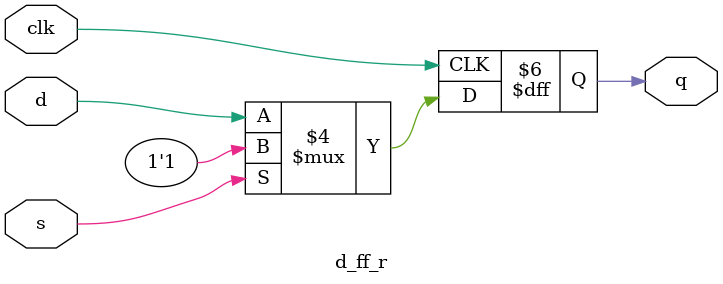
<source format=v>
module d_ff_r(
	input clk,s,d,
	output reg q
	);
	always@(posedge clk )
	begin
		if(s == 1 )
			q <= 1'b1;
		else
			q <= d;
	end
endmodule
</source>
